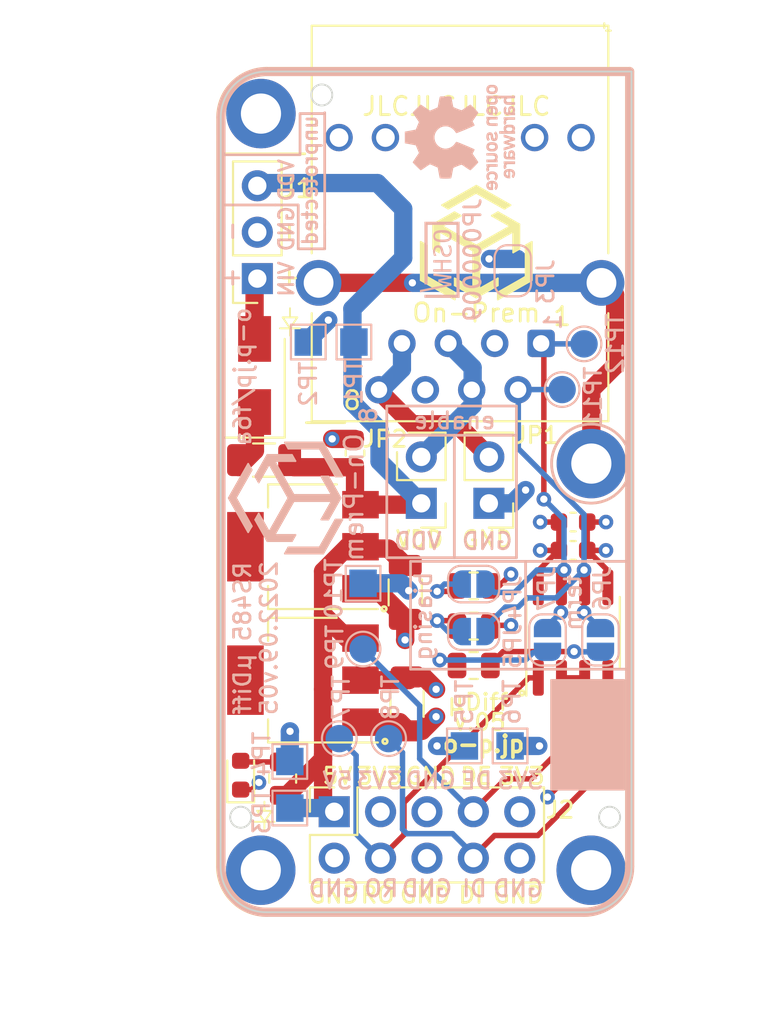
<source format=kicad_pcb>
(kicad_pcb (version 20211014) (generator pcbnew)
  (layers (0 "F.Cu" signal) (1 "In1.Cu" power) (2 "In2.Cu" power) (31 "B.Cu" signal) (34 "B.Paste" user) (35 "F.Paste" user) (36 "B.SilkS" user "B.Silkscreen") (37 "F.SilkS" user "F.Silkscreen") (38 "B.Mask" user) (39 "F.Mask" user) (44 "Edge.Cuts" user))
  (net 0 "")
  (net 1 "GND")
  (net 2 "+5V")
  (net 3 "+3V3")
  (net 4 "/VDD")
  (net 5 "Earth")
  (net 6 "Net-(D1-Pad1)")
  (net 7 "/VIN")
  (net 8 "Net-(D2-Pad2)")
  (net 9 "/DI")
  (net 10 "/DE_RE")
  (net 11 "/RO")
  (net 14 "Net-(J3-Pad4)")
  (net 15 "/A-")
  (net 16 "/A1-")
  (net 17 "/A1+")
  (net 18 "/A+")
  (net 19 "/A2+")
  (net 20 "/A2-")
  (net 21 "Net-(J3-Pad7)")
  (footprint "MountingHole:MountingHole_2.2mm_M2_ISO14580_Pad" (layer "F.Cu") (at 42.2 143.7)
    (fp_text reference "H4")
    (fp_text value "M2_MountingHole")
    (pad "1" thru_hole circle locked (at 0 0) (size 3.8 3.8) (drill 2.2) (layers *.Cu *.Mask))
  )
  (footprint "Package_TO_SOT_SMD:SOT-223" (layer "F.Cu") (at 44.51 133.3 180)
    (fp_text reference "U2")
    (fp_text value "3.3V/1A")
    (pad "1" smd rect locked (at -3.15 -2.3 180) (size 2 1.5) (layers "F.Cu" "F.Paste" "F.Mask") (net 1 "GND"))
    (pad "2" smd rect locked (at -3.15 0 180) (size 2 1.5) (layers "F.Cu" "F.Paste" "F.Mask") (net 3 "+3V3"))
    (pad "3" smd rect locked (at -3.15 2.3 180) (size 2 1.5) (layers "F.Cu" "F.Paste" "F.Mask") (net 2 "+5V"))
    (pad "4" smd rect locked (at 3.15 0 180) (size 2 3.8) (layers "F.Cu" "F.Paste" "F.Mask"))
  )
  (footprint "Connector_PinSocket_2.54mm:PinSocket_1x03_P2.54mm_Vertical" (layer "F.Cu") (at 42.01 111.33 180)
    (fp_text reference "J1" (at -2.19 4.93 180) (layer "F.SilkS"))
    (fp_text value "Power Input")
    (pad "1" thru_hole rect locked (at 0 0 180) (size 1.7 1.7) (drill 1) (layers *.Cu *.Mask) (net 7 "/VIN"))
    (pad "2" thru_hole oval locked (at 0 2.54 180) (size 1.7 1.7) (drill 1) (layers *.Cu *.Mask) (net 1 "GND"))
    (pad "3" thru_hole oval locked (at 0 5.08 180) (size 1.7 1.7) (drill 1) (layers *.Cu *.Mask) (net 4 "/VDD"))
  )
  (footprint "Package_TO_SOT_SMD:SOT-223" (layer "F.Cu") (at 44.51 126 180)
    (fp_text reference "U1")
    (fp_text value "5V/1A")
    (pad "1" smd rect locked (at -3.15 -2.3 180) (size 2 1.5) (layers "F.Cu" "F.Paste" "F.Mask") (net 1 "GND"))
    (pad "2" smd rect locked (at -3.15 0 180) (size 2 1.5) (layers "F.Cu" "F.Paste" "F.Mask") (net 2 "+5V"))
    (pad "3" smd rect locked (at -3.15 2.3 180) (size 2 1.5) (layers "F.Cu" "F.Paste" "F.Mask") (net 4 "/VDD"))
    (pad "4" smd rect locked (at 3.15 0 180) (size 2 3.8) (layers "F.Cu" "F.Paste" "F.Mask"))
  )
  (footprint "MountingHole:MountingHole_2.2mm_M2_ISO14580_Pad" (layer "F.Cu") (at 60.29 143.7)
    (fp_text reference "H3")
    (fp_text value "M2_MountingHole")
    (pad "1" thru_hole circle locked (at 0 0) (size 3.8 3.8) (drill 2.2) (layers *.Cu *.Mask))
  )
  (footprint "Fuse:Fuse_1206_3216Metric" (layer "F.Cu") (at 42.38 121.26)
    (fp_text reference "F1")
    (fp_text value "Fuse 24V/1A")
    (pad "1" smd roundrect locked (at -1.4 0) (size 1.25 1.75) (layers "F.Cu" "F.Paste" "F.Mask") (roundrect_rratio 0.2) (net 6 "Net-(D1-Pad1)"))
    (pad "2" smd roundrect locked (at 1.4 0) (size 1.25 1.75) (layers "F.Cu" "F.Paste" "F.Mask") (roundrect_rratio 0.2) (net 4 "/VDD"))
  )
  (footprint "Capacitor_SMD:C_1206_3216Metric" (layer "F.Cu") (at 50.21 134.6 90)
    (fp_text reference "C3")
    (fp_text value "22uF 10V")
    (pad "1" smd roundrect locked (at -1.475 0 90) (size 1.15 1.8) (layers "F.Cu" "F.Paste" "F.Mask") (roundrect_rratio 0.2173913043) (net 1 "GND"))
    (pad "2" smd roundrect locked (at 1.475 0 90) (size 1.15 1.8) (layers "F.Cu" "F.Paste" "F.Mask") (roundrect_rratio 0.2173913043) (net 3 "+3V3"))
  )
  (footprint "Diode_SMD:D_SMA" (layer "F.Cu") (at 41.86 116.63 90)
    (fp_text reference "D1")
    (fp_text value "Diode 40V/3A")
    (pad "1" smd rect locked (at -2 0 90) (size 2.5 1.8) (layers "F.Cu" "F.Paste" "F.Mask") (net 6 "Net-(D1-Pad1)"))
    (pad "2" smd rect locked (at 2 0 90) (size 2.5 1.8) (layers "F.Cu" "F.Paste" "F.Mask") (net 7 "/VIN"))
  )
  (footprint "Resistor_SMD:R_0805_2012Metric" (layer "F.Cu") (at 43.4 138.6875 90)
    (fp_text reference "R1")
    (fp_text value "220R")
    (pad "1" smd roundrect locked (at -0.9125 0 90) (size 1.025 1.4) (layers "F.Cu" "F.Paste" "F.Mask") (roundrect_rratio 0.243902439) (net 2 "+5V"))
    (pad "2" smd roundrect locked (at 0.9125 0 90) (size 1.025 1.4) (layers "F.Cu" "F.Paste" "F.Mask") (roundrect_rratio 0.243902439) (net 8 "Net-(D2-Pad2)"))
  )
  (footprint "Capacitor_SMD:C_0603_1608Metric" (layer "F.Cu") (at 59.3 124.65)
    (fp_text reference "C4")
    (fp_text value "0.1uF 50V")
    (pad "1" smd roundrect locked (at -0.775 0) (size 0.9 0.95) (layers "F.Cu" "F.Paste" "F.Mask") (net 3 "+3V3"))
    (pad "2" smd roundrect locked (at 0.775 0) (size 0.9 0.95) (layers "F.Cu" "F.Paste" "F.Mask") (net 1 "GND"))
  )
  (footprint "Connector_RJ:RJ45_Hanrun_HR911105A" (layer "F.Cu") (at 57.55 114.8725 180)
    (fp_text reference "J3")
    (fp_text value "8P8C")
    (pad "" np_thru_hole circle locked (at 10.155 6.36 180) (size 3.25 3.25) (drill 3.25) (layers *.Cu *.Mask))
    (pad "" np_thru_hole circle locked (at -1.275 6.36 180) (size 3.25 3.25) (drill 3.25) (layers *.Cu *.Mask))
    (pad "1" thru_hole roundrect locked (at 0 0 180) (size 1.5 1.5) (drill 0.9) (layers *.Cu *.Mask) (roundrect_rratio 0.167) (net 15 "/A-"))
    (pad "2" thru_hole circle locked (at 1.26 -2.54 180) (size 1.5 1.5) (drill 0.9) (layers *.Cu *.Mask) (net 18 "/A+"))
    (pad "3" thru_hole circle locked (at 2.54 0 180) (size 1.5 1.5) (drill 0.9) (layers *.Cu *.Mask))
    (pad "4" thru_hole circle locked (at 3.8 -2.54 180) (size 1.5 1.5) (drill 0.9) (layers *.Cu *.Mask) (net 14 "Net-(J3-Pad4)"))
    (pad "5" thru_hole circle locked (at 5.08 0 180) (size 1.5 1.5) (drill 0.9) (layers *.Cu *.Mask) (net 14 "Net-(J3-Pad4)"))
    (pad "6" thru_hole circle locked (at 6.34 -2.54 270) (size 1.5 1.5) (drill 0.9) (layers *.Cu *.Mask))
    (pad "7" thru_hole circle locked (at 7.62 0 180) (size 1.5 1.5) (drill 0.9) (layers *.Cu *.Mask) (net 21 "Net-(J3-Pad7)"))
    (pad "8" thru_hole circle locked (at 8.88 -2.54 180) (size 1.5 1.5) (drill 0.9) (layers *.Cu *.Mask) (net 21 "Net-(J3-Pad7)"))
    (pad "9" thru_hole circle locked (at -2.185 11.26 180) (size 1.5 1.5) (drill 1.02) (layers *.Cu *.Mask))
    (pad "10" thru_hole circle locked (at 0.355 11.26 180) (size 1.5 1.5) (drill 1.02) (layers *.Cu *.Mask))
    (pad "11" thru_hole circle locked (at 8.525 11.26 180) (size 1.5 1.5) (drill 1.02) (layers *.Cu *.Mask))
    (pad "12" thru_hole circle locked (at 11.065 11.26 180) (size 1.5 1.5) (drill 1.02) (layers *.Cu *.Mask))
    (pad "SH" thru_hole circle locked (at 12.185 3.31 180) (size 2.5 2.5) (drill 1.63) (layers *.Cu *.Mask) (net 5 "Earth"))
    (pad "SH" thru_hole circle locked (at -3.305 3.31 180) (size 2.5 2.5) (drill 1.63) (layers *.Cu *.Mask) (net 5 "Earth"))
  )
  (footprint "Connector_PinSocket_2.54mm:PinSocket_2x05_P2.54mm_Vertical" (layer "F.Cu") (at 46.22 140.5 90)
    (fp_text reference "J2" (at 0.1 12.37 180) (layer "F.SilkS") (effects (font (size 0.9 0.9))))
    (fp_text value "Header 2x5P")
    (pad "1" thru_hole rect locked (at 0 0 90) (size 1.7 1.7) (drill 1) (layers *.Cu *.Mask) (net 2 "+5V"))
    (pad "2" thru_hole oval locked (at -2.54 0 90) (size 1.7 1.7) (drill 1) (layers *.Cu *.Mask) (net 1 "GND"))
    (pad "3" thru_hole oval locked (at 0 2.54 90) (size 1.7 1.7) (drill 1) (layers *.Cu *.Mask) (net 3 "+3V3"))
    (pad "4" thru_hole oval locked (at -2.54 2.54 90) (size 1.7 1.7) (drill 1) (layers *.Cu *.Mask) (net 11 "/RO"))
    (pad "5" thru_hole oval locked (at 0 5.08 90) (size 1.7 1.7) (drill 1) (layers *.Cu *.Mask) (net 1 "GND"))
    (pad "6" thru_hole oval locked (at -2.54 5.08 90) (size 1.7 1.7) (drill 1) (layers *.Cu *.Mask) (net 1 "GND"))
    (pad "7" thru_hole oval locked (at 0 7.62 90) (size 1.7 1.7) (drill 1) (layers *.Cu *.Mask) (net 10 "/DE_RE"))
    (pad "8" thru_hole oval locked (at -2.54 7.62 90) (size 1.7 1.7) (drill 1) (layers *.Cu *.Mask) (net 9 "/DI"))
    (pad "9" thru_hole oval locked (at 0 10.16 90) (size 1.7 1.7) (drill 1) (layers *.Cu *.Mask) (net 3 "+3V3"))
    (pad "10" thru_hole oval locked (at -2.54 10.16 90) (size 1.7 1.7) (drill 1) (layers *.Cu *.Mask) (net 1 "GND"))
  )
  (footprint "Resistor_SMD:R_0805_2012Metric" (layer "F.Cu") (at 53.856482 130.343518)
    (fp_text reference "R3")
    (fp_text value "390R")
    (pad "1" smd roundrect locked (at -0.9125 0) (size 1.025 1.4) (layers "F.Cu" "F.Paste" "F.Mask") (roundrect_rratio 0.243902) (net 17 "/A1+"))
    (pad "2" smd roundrect locked (at 0.9125 0) (size 1.025 1.4) (layers "F.Cu" "F.Paste" "F.Mask") (roundrect_rratio 0.243902) (net 3 "+3V3"))
  )
  (footprint "Capacitor_SMD:C_1206_3216Metric" (layer "F.Cu") (at 50.11 128.5 -90)
    (fp_text reference "C2")
    (fp_text value "22uF 10V")
    (pad "1" smd roundrect locked (at -1.475 0 270) (size 1.15 1.8) (layers "F.Cu" "F.Paste" "F.Mask") (roundrect_rratio 0.2173913043) (net 2 "+5V"))
    (pad "2" smd roundrect locked (at 1.475 0 270) (size 1.15 1.8) (layers "F.Cu" "F.Paste" "F.Mask") (roundrect_rratio 0.2173913043) (net 1 "GND"))
  )
  (footprint "Capacitor_SMD:C_0603_1608Metric" (layer "F.Cu") (at 59.3 126.2)
    (fp_text reference "C5")
    (fp_text value "10uF 10V")
    (pad "1" smd roundrect locked (at -0.775 0) (size 0.9 0.95) (layers "F.Cu" "F.Paste" "F.Mask") (net 3 "+3V3"))
    (pad "2" smd roundrect locked (at 0.775 0) (size 0.9 0.95) (layers "F.Cu" "F.Paste" "F.Mask") (net 1 "GND"))
  )
  (footprint "Resistor_SMD:R_0805_2012Metric" (layer "F.Cu") (at 59.9 136.8 -90)
    (fp_text reference "R2")
    (fp_text value "10K")
    (pad "1" smd roundrect locked (at -0.9125 0 270) (size 1.025 1.4) (layers "F.Cu" "F.Paste" "F.Mask") (roundrect_rratio 0.243902) (net 10 "/DE_RE"))
    (pad "2" smd roundrect locked (at 0.9125 0 270) (size 1.025 1.4) (layers "F.Cu" "F.Paste" "F.Mask") (roundrect_rratio 0.243902) (net 1 "GND"))
  )
  (footprint "LED_SMD:LED_0603_1608Metric" (layer "F.Cu") (at 41.1 138.5 90)
    (fp_text reference "D2")
    (fp_text value "Blue LED")
    (pad "1" smd roundrect locked (at -0.7875 0 90) (size 0.875 0.95) (layers "F.Cu" "F.Paste" "F.Mask") (net 1 "GND"))
    (pad "2" smd roundrect locked (at 0.7875 0 90) (size 0.875 0.95) (layers "F.Cu" "F.Paste" "F.Mask") (net 8 "Net-(D2-Pad2)"))
  )
  (footprint "hw-microdiff:led_direction" (layer "F.Cu") (at 42.4 141.05 90)
    (fp_text reference "REF**")
    (fp_text value "led_direction")
  )
  (footprint "hw-microdiff:led_direction" (layer "F.Cu") (at 43.8 114.05 90)
    (fp_text reference "REF**")
    (fp_text value "led_direction")
  )
  (footprint "hw-microdiff:on-prem-logo" (layer "F.Cu") (at 53.965946 109.4)
    (fp_text reference "G***" hide)
    (fp_text value "LOGO" hide)
  )
  (footprint "Capacitor_SMD:C_0603_1608Metric" (layer "F.Cu") (at 47.36 120.875 90)
    (fp_text reference "C1")
    (fp_text value "0.1uF 50V")
    (pad "1" smd roundrect locked (at -0.775 0 90) (size 0.9 0.95) (layers "F.Cu" "F.Paste" "F.Mask") (net 4 "/VDD"))
    (pad "2" smd roundrect locked (at 0.775 0 90) (size 0.9 0.95) (layers "F.Cu" "F.Paste" "F.Mask") (net 1 "GND"))
  )
  (footprint "MountingHole:MountingHole_2.2mm_M2_ISO14580_Pad" (layer "F.Cu") (at 42.21 102.3)
    (fp_text reference "H1")
    (fp_text value "M2_MountingHole")
    (pad "1" thru_hole circle locked (at 0 0) (size 3.8 3.8) (drill 2.2) (layers *.Cu *.Mask))
  )
  (footprint "Package_SO:SOIC-8_3.9x4.9mm_P1.27mm" (layer "F.Cu") (at 59.3 130.7 90)
    (fp_text reference "U3")
    (fp_text value "RS-485")
    (pad "1" smd roundrect locked (at -2.475 -1.905 90) (size 1.95 0.6) (layers "F.Cu" "F.Paste" "F.Mask") (net 11 "/RO"))
    (pad "2" smd roundrect locked (at -2.475 -0.635 90) (size 1.95 0.6) (layers "F.Cu" "F.Paste" "F.Mask") (net 10 "/DE_RE"))
    (pad "3" smd roundrect locked (at -2.475 0.635 90) (size 1.95 0.6) (layers "F.Cu" "F.Paste" "F.Mask") (net 10 "/DE_RE"))
    (pad "4" smd roundrect locked (at -2.475 1.905 90) (size 1.95 0.6) (layers "F.Cu" "F.Paste" "F.Mask") (net 9 "/DI"))
    (pad "5" smd roundrect locked (at 2.475 1.905 90) (size 1.95 0.6) (layers "F.Cu" "F.Paste" "F.Mask") (net 1 "GND"))
    (pad "6" smd roundrect locked (at 2.475 0.635 90) (size 1.95 0.6) (layers "F.Cu" "F.Paste" "F.Mask") (net 18 "/A+"))
    (pad "7" smd roundrect locked (at 2.475 -0.635 90) (size 1.95 0.6) (layers "F.Cu" "F.Paste" "F.Mask") (net 15 "/A-"))
    (pad "8" smd roundrect locked (at 2.475 -1.905 90) (size 1.95 0.6) (layers "F.Cu" "F.Paste" "F.Mask") (net 3 "+3V3"))
  )
  (footprint "Resistor_SMD:R_0805_2012Metric" (layer "F.Cu") (at 53.856482 128.143518)
    (fp_text reference "R4")
    (fp_text value "390R")
    (pad "1" smd roundrect locked (at -0.9125 0) (size 1.025 1.4) (layers "F.Cu" "F.Paste" "F.Mask") (roundrect_rratio 0.243902) (net 16 "/A1-"))
    (pad "2" smd roundrect locked (at 0.9125 0) (size 1.025 1.4) (layers "F.Cu" "F.Paste" "F.Mask") (roundrect_rratio 0.243902) (net 1 "GND"))
  )
  (footprint "Resistor_SMD:R_0805_2012Metric" (layer "F.Cu") (at 53.856482 132.5 180)
    (fp_text reference "R5")
    (fp_text value "100R")
    (pad "1" smd roundrect locked (at -0.9125 0 180) (size 1.025 1.4) (layers "F.Cu" "F.Paste" "F.Mask") (roundrect_rratio 0.243902) (net 19 "/A2+"))
    (pad "2" smd roundrect locked (at 0.9125 0 180) (size 1.025 1.4) (layers "F.Cu" "F.Paste" "F.Mask") (roundrect_rratio 0.243902) (net 20 "/A2-"))
  )
  (footprint "Connector_PinHeader_2.54mm:PinHeader_1x02_P2.54mm_Vertical" (layer "F.Cu") (at 54.69 123.625 180)
    (fp_text reference "JP1" (at -2.61 3.725) (layer "F.SilkS") (effects (font (size 0.9 0.9))))
    (fp_text value "GND EN")
    (pad "1" thru_hole rect locked (at 0 0 180) (size 1.7 1.7) (drill 1) (layers *.Cu *.Mask) (net 1 "GND"))
    (pad "2" thru_hole oval locked (at 0 2.54 180) (size 1.7 1.7) (drill 1) (layers *.Cu *.Mask) (net 21 "Net-(J3-Pad7)"))
  )
  (footprint "Connector_PinHeader_2.54mm:PinHeader_1x02_P2.54mm_Vertical" (layer "F.Cu") (at 50.99 123.625 180)
    (fp_text reference "JP2" (at 1.99 3.525) (layer "F.SilkS") (effects (font (size 0.9 0.9))))
    (fp_text value "VIN EN")
    (pad "1" thru_hole rect locked (at 0 0 180) (size 1.7 1.7) (drill 1) (layers *.Cu *.Mask) (net 4 "/VDD"))
    (pad "2" thru_hole oval locked (at 0 2.54 180) (size 1.7 1.7) (drill 1) (layers *.Cu *.Mask) (net 14 "Net-(J3-Pad4)"))
  )
  (footprint "MountingHole:MountingHole_2.2mm_M2_ISO14580_Pad" (layer "F.Cu") (at 60.3 121.45)
    (fp_text reference "H2")
    (fp_text value "M2_MountingHole")
    (pad "1" thru_hole circle locked (at 0 0) (size 3.8 3.8) (drill 2.2) (layers *.Cu *.Mask) (net 5 "Earth"))
  )
  (footprint "Symbol:OSHW-Logo_5.7x6mm_SilkScreen" (layer "B.Cu") (at 53.1 103.6 -90)
    (fp_text reference "REF**" hide)
    (fp_text value "OSHW-Logo_5.7x6mm_SilkScreen" hide)
  )
  (footprint "hw-microdiff:on-prem-logo" (layer "B.Cu") (at 43.6 123.3 -90)
    (fp_text reference "G***" hide)
    (fp_text value "LOGO" hide)
  )
  (footprint "TestPoint:TestPoint_Pad_1.5x1.5mm" (layer "B.Cu") (at 47.3 114.8 180)
    (fp_text reference locked "TP1" (at 0 -2.2 90) (layer "B.SilkS") (effects (font (size 0.9 0.9)) (justify mirror)))
    (fp_text value "TP_VDD")
    (pad "1" smd rect locked (at 0 0 180) (size 1.5 1.5) (layers "B.Cu" "B.Mask") (net 4 "/VDD"))
  )
  (footprint "TestPoint:TestPoint_Pad_1.5x1.5mm" (layer "B.Cu") (at 44.8 114.8)
    (fp_text reference locked "TP2" (at 0 2.3 90) (layer "B.SilkS") (effects (font (size 0.9 0.9)) (justify mirror)))
    (fp_text value "TP_GND")
    (pad "1" smd rect locked (at 0 0) (size 1.5 1.5) (layers "B.Cu" "B.Mask") (net 1 "GND"))
  )
  (footprint "TestPoint:TestPoint_Pad_1.5x1.5mm" (layer "B.Cu") (at 43.79 140.3 180)
    (fp_text reference locked "TP3" (at 1.54 -0.2 90) (layer "B.SilkS") (effects (font (size 0.9 0.9)) (justify mirror)))
    (fp_text value "TP_5V")
    (pad "1" smd rect locked (at 0 0 180) (size 1.5 1.5) (layers "B.Cu" "B.Mask") (net 2 "+5V"))
  )
  (footprint "TestPoint:TestPoint_Pad_1.5x1.5mm" (layer "B.Cu") (at 53.35 136.9 -90)
    (fp_text reference locked "TP5" (at -2.4 0 90) (layer "B.SilkS") (effects (font (size 0.9 0.9)) (justify mirror)))
    (fp_text value "TP_3V3")
    (pad "1" smd rect locked (at 0 0 270) (size 1.5 1.5) (layers "B.Cu" "B.Mask") (net 3 "+3V3"))
  )
  (footprint "TestPoint:TestPoint_Pad_D1.5mm" (layer "B.Cu") (at 46.5 136.5)
    (fp_text reference locked "TP7" (at 0.1 -2.25 90) (layer "B.SilkS") (effects (font (size 0.9 0.9)) (justify mirror)))
    (fp_text value "TP_RO")
    (pad "1" smd circle locked (at 0 0) (size 1.5 1.5) (layers "B.Cu" "B.Mask") (net 11 "/RO"))
  )
  (footprint "TestPoint:TestPoint_Pad_D1.5mm" (layer "B.Cu") (at 49.2 136.5 180)
    (fp_text reference locked "TP8" (at -0.1 2.25 90) (layer "B.SilkS") (effects (font (size 0.9 0.9)) (justify mirror)))
    (fp_text value "TP_DI")
    (pad "1" smd circle locked (at 0 0 180) (size 1.5 1.5) (layers "B.Cu" "B.Mask") (net 9 "/DI"))
  )
  (footprint "TestPoint:TestPoint_Pad_D1.5mm" (layer "B.Cu") (at 47.8 131.6 -90)
    (fp_text reference locked "TP9" (at -0.1 1.55 90) (layer "B.SilkS") (effects (font (size 0.9 0.9)) (justify mirror)))
    (fp_text value "TP_DE_RE")
    (pad "1" smd circle locked (at 0 0 270) (size 1.5 1.5) (layers "B.Cu" "B.Mask") (net 10 "/DE_RE"))
  )
  (footprint "TestPoint:TestPoint_Pad_1.5x1.5mm" (layer "B.Cu") (at 47.8 128 -90)
    (fp_text reference locked "TP10" (at 0.3 1.6 90) (layer "B.SilkS") (effects (font (size 0.9 0.9)) (justify mirror)))
    (fp_text value "TP_GND")
    (pad "1" smd rect locked (at 0 0 270) (size 1.5 1.5) (layers "B.Cu" "B.Mask") (net 1 "GND"))
  )
  (footprint "TestPoint:TestPoint_Pad_D1.5mm" (layer "B.Cu") (at 58.7 117.4 180)
    (fp_text reference locked "TP11" (at -1.7 -0.4 90) (layer "B.SilkS") (effects (font (size 0.9 0.9)) (justify mirror)))
    (fp_text value "TP_A1")
    (pad "1" smd circle locked (at 0 0 180) (size 1.5 1.5) (layers "B.Cu" "B.Mask") (net 18 "/A+"))
  )
  (footprint "TestPoint:TestPoint_Pad_D1.5mm" (layer "B.Cu") (at 59.9 114.9 180)
    (fp_text reference locked "TP12" (at -1.7 0 270) (layer "B.SilkS") (effects (font (size 0.9 0.9)) (justify mirror)))
    (fp_text value "TP_B1")
    (pad "1" smd circle locked (at 0 0 180) (size 1.5 1.5) (layers "B.Cu" "B.Mask") (net 15 "/A-"))
  )
  (footprint "Jumper:SolderJumper-2_P1.3mm_Open_RoundedPad1.0x1.5mm" (layer "B.Cu") (at 60.8 131.1 -90)
    (fp_text reference "JP6" (at -2.8 -0.1 90) (layer "B.SilkS") (effects (font (size 0.9 0.9)) (justify mirror)))
    (fp_text value "Terminating")
    (pad "1" smd custom locked (at -0.65 0 270) (size 1 0.5) (layers "B.Cu" "B.Mask") (net 18 "/A+") (options (clearance outline) (anchor rect)) (primitives (gr_circle (center 0 -0.25) (end 0.5 -0.25) (width 0) (fill yes)) (gr_circle (center 0 0.25) (end 0.5 0.25) (width 0) (fill yes)) (gr_poly (pts (xy 0.5 -0.75) (xy 0 -0.75) (xy 0 0.75) (xy 0.5 0.75)) (width 0) (fill yes))))
    (pad "2" smd custom locked (at 0.65 0 270) (size 1 0.5) (layers "B.Cu" "B.Mask") (net 19 "/A2+") (options (clearance outline) (anchor rect)) (primitives (gr_circle (center 0 -0.25) (end 0.5 -0.25) (width 0) (fill yes)) (gr_circle (center 0 0.25) (end 0.5 0.25) (width 0) (fill yes)) (gr_poly (pts (xy 0 -0.75) (xy -0.5 -0.75) (xy -0.5 0.75) (xy 0 0.75)) (width 0) (fill yes))))
  )
  (footprint "Jumper:SolderJumper-2_P1.3mm_Open_RoundedPad1.0x1.5mm" (layer "B.Cu") (at 56 110.9 90)
    (fp_text reference "JP3" (at -0.6 1.8 90) (layer "B.SilkS") (effects (font (size 0.9 0.9)) (justify mirror)))
    (fp_text value "Grounding")
    (pad "1" smd custom locked (at -0.65 0 90) (size 1 0.5) (layers "B.Cu" "B.Mask") (net 5 "Earth") (options (clearance outline) (anchor rect)) (primitives (gr_circle (center 0 -0.25) (end 0.5 -0.25) (width 0) (fill yes)) (gr_circle (center 0 0.25) (end 0.5 0.25) (width 0) (fill yes)) (gr_poly (pts (xy 0.5 -0.75) (xy 0 -0.75) (xy 0 0.75) (xy 0.5 0.75)) (width 0) (fill yes))))
    (pad "2" smd custom locked (at 0.65 0 90) (size 1 0.5) (layers "B.Cu" "B.Mask") (net 1 "GND") (options (clearance outline) (anchor rect)) (primitives (gr_circle (center 0 -0.25) (end 0.5 -0.25) (width 0) (fill yes)) (gr_circle (center 0 0.25) (end 0.5 0.25) (width 0) (fill yes)) (gr_poly (pts (xy 0 -0.75) (xy -0.5 -0.75) (xy -0.5 0.75) (xy 0 0.75)) (width 0) (fill yes))))
  )
  (footprint "Jumper:SolderJumper-2_P1.3mm_Open_RoundedPad1.0x1.5mm" (layer "B.Cu") (at 53.856482 130.643518 180)
    (fp_text reference "JP5" (at -2.143518 -0.806482 90) (layer "B.SilkS") (effects (font (size 0.9 0.9)) (justify mirror)))
    (fp_text value "Biasing+")
    (pad "1" smd custom locked (at -0.65 0 180) (size 1 0.5) (layers "B.Cu" "B.Mask") (net 18 "/A+") (options (clearance outline) (anchor rect)) (primitives (gr_circle (center 0 -0.25) (end 0.5 -0.25) (width 0) (fill yes)) (gr_circle (center 0 0.25) (end 0.5 0.25) (width 0) (fill yes)) (gr_poly (pts (xy 0.5 -0.75) (xy 0 -0.75) (xy 0 0.75) (xy 0.5 0.75)) (width 0) (fill yes))))
    (pad "2" smd custom locked (at 0.65 0 180) (size 1 0.5) (layers "B.Cu" "B.Mask") (net 17 "/A1+") (options (clearance outline) (anchor rect)) (primitives (gr_circle (center 0 -0.25) (end 0.5 -0.25) (width 0) (fill yes)) (gr_circle (center 0 0.25) (end 0.5 0.25) (width 0) (fill yes)) (gr_poly (pts (xy 0 -0.75) (xy -0.5 -0.75) (xy -0.5 0.75) (xy 0 0.75)) (width 0) (fill yes))))
  )
  (footprint "Jumper:SolderJumper-2_P1.3mm_Open_RoundedPad1.0x1.5mm" (layer "B.Cu") (at 57.9 131.1 -90)
    (fp_text reference "JP7" (at -2.8 0.05 90) (layer "B.SilkS") (effects (font (size 0.9 0.9)) (justify mirror)))
    (fp_text value "Terminating")
    (pad "1" smd custom locked (at -0.65 0 270) (size 1 0.5) (layers "B.Cu" "B.Mask") (net 15 "/A-") (options (clearance outline) (anchor rect)) (primitives (gr_circle (center 0 -0.25) (end 0.5 -0.25) (width 0) (fill yes)) (gr_circle (center 0 0.25) (end 0.5 0.25) (width 0) (fill yes)) (gr_poly (pts (xy 0.5 -0.75) (xy 0 -0.75) (xy 0 0.75) (xy 0.5 0.75)) (width 0) (fill yes))))
    (pad "2" smd custom locked (at 0.65 0 270) (size 1 0.5) (layers "B.Cu" "B.Mask") (net 20 "/A2-") (options (clearance outline) (anchor rect)) (primitives (gr_circle (center 0 -0.25) (end 0.5 -0.25) (width 0) (fill yes)) (gr_circle (center 0 0.25) (end 0.5 0.25) (width 0) (fill yes)) (gr_poly (pts (xy 0 -0.75) (xy -0.5 -0.75) (xy -0.5 0.75) (xy 0 0.75)) (width 0) (fill yes))))
  )
  (footprint "Jumper:SolderJumper-2_P1.3mm_Open_RoundedPad1.0x1.5mm" (layer "B.Cu") (at 53.856482 128.043518 180)
    (fp_text reference "JP4" (at -2.143518 -0.756482 90) (layer "B.SilkS") (effects (font (size 0.9 0.9)) (justify mirror)))
    (fp_text value "Biasing-")
    (pad "1" smd custom locked (at -0.65 0 180) (size 1 0.5) (layers "B.Cu" "B.Mask") (net 15 "/A-") (options (clearance outline) (anchor rect)) (primitives (gr_circle (center 0 -0.25) (end 0.5 -0.25) (width 0) (fill yes)) (gr_circle (center 0 0.25) (end 0.5 0.25) (width 0) (fill yes)) (gr_poly (pts (xy 0.5 -0.75) (xy 0 -0.75) (xy 0 0.75) (xy 0.5 0.75)) (width 0) (fill yes))))
    (pad "2" smd custom locked (at 0.65 0 180) (size 1 0.5) (layers "B.Cu" "B.Mask") (net 16 "/A1-") (options (clearance outline) (anchor rect)) (primitives (gr_circle (center 0 -0.25) (end 0.5 -0.25) (width 0) (fill yes)) (gr_circle (center 0 0.25) (end 0.5 0.25) (width 0) (fill yes)) (gr_poly (pts (xy 0 -0.75) (xy -0.5 -0.75) (xy -0.5 0.75) (xy 0 0.75)) (width 0) (fill yes))))
  )
  (footprint "TestPoint:TestPoint_Pad_1.5x1.5mm" (layer "B.Cu") (at 55.85 136.9 -90)
    (fp_text reference "TP6" (at -2.4 -0.1 90) (layer "B.SilkS") (effects (font (size 0.9 0.9)) (justify mirror)))
    (fp_text value "TP_GND")
    (pad "1" smd rect locked (at 0 0 270) (size 1.5 1.5) (layers "B.Cu" "B.Mask") (net 1 "GND"))
  )
  (footprint "TestPoint:TestPoint_Pad_1.5x1.5mm" (layer "B.Cu") (at 43.79 137.75 -90)
    (fp_text reference "TP4" (at -0.4 1.54 90) (layer "B.SilkS") (effects (font (size 0.9 0.9)) (justify mirror)))
    (fp_text value "TP_GND")
    (pad "1" smd rect locked (at 0 0 270) (size 1.5 1.5) (layers "B.Cu" "B.Mask") (net 1 "GND"))
  )
  (footprint "hw-microdiff:OSHW_Mono_0.1_Scale" (layer "B.Cu") (at 52 110.3 -90)
    (fp_text reference "OSHW_Mono_0.1_Scale" hide)
    (fp_text value "JP000009" (at 0 -1.8 90) (layer "B.SilkS") (effects (font (size 0.9 0.9)) (justify mirror)))
  )
  (gr_line locked (start 62.4 100) (end 42.52 100) (layer "B.SilkS") (width 0.5))
  (gr_line locked (start 42.52 146) (end 59.9 146) (layer "B.SilkS") (width 0.5))
  (gr_arc locked (start 40.02 102.5) (mid 40.752233 100.732233) (end 42.52 100) (layer "B.SilkS") (width 0.5))
  (gr_line locked (start 62.4 143.5) (end 62.4 100) (layer "B.SilkS") (width 0.5))
  (gr_arc locked (start 62.4 143.5) (mid 61.667767 145.267767) (end 59.9 146) (layer "B.SilkS") (width 0.5))
  (gr_line locked (start 40.02 143.5) (end 40.02 102.5) (layer "B.SilkS") (width 0.5))
  (gr_arc locked (start 42.52 146) (mid 40.752233 145.267767) (end 40.02 143.5) (layer "B.SilkS") (width 0.5))
  (gr_line locked (start 43 107.3) (end 40.25 107.3) (layer "B.SilkS") (width 0.15))
  (gr_line locked (start 56.5 132.7) (end 62.3 132.7) (layer "B.SilkS") (width 0.15))
  (gr_line locked (start 44.25 109.7) (end 44.25 107.3) (layer "B.SilkS") (width 0.15))
  (gr_line locked (start 56.2 119.9) (end 56.2 126.6) (layer "B.SilkS") (width 0.15))
  (gr_line locked (start 52.8 126.6) (end 49.1 126.6) (layer "B.SilkS") (width 0.15))
  (gr_line locked (start 52.8 119.9) (end 56.2 119.9) (layer "B.SilkS") (width 0.15))
  (gr_line locked (start 56.2 118.3) (end 56.2 119.9) (layer "B.SilkS") (width 0.15))
  (gr_line locked (start 49.1 119.9) (end 49.1 118.3) (layer "B.SilkS") (width 0.15))
  (gr_line locked (start 40.2 104.55) (end 44.35 104.55) (layer "B.SilkS") (width 0.15))
  (gr_circle locked (center 60.28667 121.45) (end 62.450001 121.45) (layer "B.SilkS") (width 0.15) (fill none))
  (gr_line locked (start 45.7 109.7) (end 44.25 109.7) (layer "B.SilkS") (width 0.15))
  (gr_line locked (start 50.4 132.7) (end 50.4 126.8) (layer "B.SilkS") (width 0.15))
  (gr_line locked (start 44.35 102.3) (end 45.7 102.3) (layer "B.SilkS") (width 0.15))
  (gr_line locked (start 44.35 104.55) (end 44.35 102.3) (layer "B.SilkS") (width 0.15))
  (gr_line locked (start 45.7 102.25) (end 45.7 109.7) (layer "B.SilkS") (width 0.15))
  (gr_line locked (start 49.1 119.9) (end 52.8 119.9) (layer "B.SilkS") (width 0.15))
  (gr_line locked (start 56.5 132.7) (end 50.4 132.7) (layer "B.SilkS") (width 0.15))
  (gr_line locked (start 49.1 118.3) (end 56.2 118.3) (layer "B.SilkS") (width 0.15))
  (gr_line locked (start 52.8 126.6) (end 52.8 119.9) (layer "B.SilkS") (width 0.15))
  (gr_line locked (start 49.1 126.6) (end 49.1 119.9) (layer "B.SilkS") (width 0.15))
  (gr_line locked (start 44.25 107.3) (end 43 107.3) (layer "B.SilkS") (width 0.15))
  (gr_line locked (start 56.7 132.7) (end 56.7 126.8) (layer "B.SilkS") (width 0.15))
  (gr_line locked (start 62.3 126.8) (end 50.4 126.8) (layer "B.SilkS") (width 0.15))
  (gr_line locked (start 56.2 126.6) (end 52.8 126.6) (layer "B.SilkS") (width 0.15))
  (gr_poly locked (pts (xy 62.1 133.29) (xy 62.1 139.29) (xy 58.1 139.29) (xy 58.1 133.29)) (layer "B.SilkS") (width 0.1) (fill solid))
  (gr_line locked (start 62.4 143.5) (end 62.4 100) (layer "F.SilkS") (width 0.5))
  (gr_arc locked (start 40.01 102.5) (mid 40.742233 100.732233) (end 42.51 100) (layer "F.SilkS") (width 0.5))
  (gr_line locked (start 62.4 100) (end 42.51 100) (layer "F.SilkS") (width 0.5))
  (gr_line locked (start 46.8 119.21) (end 44.7 119.21) (layer "F.SilkS") (width 0.15))
  (gr_arc locked (start 42.5 146) (mid 40.732233 145.267767) (end 40 143.5) (layer "F.SilkS") (width 0.5))
  (gr_arc locked (start 62.4 143.5) (mid 61.667767 145.267767) (end 59.9 146) (layer "F.SilkS") (width 0.5))
  (gr_circle locked (center 56.5 134) (end 56.55 134) (layer "F.SilkS") (width 0.15) (fill none))
  (gr_circle locked (center 48.95 129.4) (end 49 129.4) (layer "F.SilkS") (width 0.15) (fill none))
  (gr_line locked (start 42.51 146) (end 59.9 146) (layer "F.SilkS") (width 0.5))
  (gr_circle locked (center 60.28667 121.45) (end 61.48667 119.65) (layer "F.SilkS") (width 0.15) (fill none))
  (gr_line locked (start 40 143.5) (end 40.01 102.5) (layer "F.SilkS") (width 0.5))
  (gr_circle locked (center 49 136.65) (end 49.05 136.65) (layer "F.SilkS") (width 0.15) (fill none))
  (gr_line locked (start 44.61 104.5) (end 40.21 104.5) (layer "F.SilkS") (width 0.15))
  (gr_line locked (start 60 146) (end 42.5 146) (layer "Edge.Cuts") (width 0.1))
  (gr_line locked (start 42.51 100) (end 62.5 100) (layer "Edge.Cuts") (width 0.1))
  (gr_circle locked (center 45.54 101.28) (end 46.116 101.28) (layer "Edge.Cuts") (width 0.1) (fill none))
  (gr_circle locked (center 61.3 140.8) (end 61.876 140.8) (layer "Edge.Cuts") (width 0.1) (fill none))
  (gr_circle locked (center 41.1 140.8) (end 41.676 140.8) (layer "Edge.Cuts") (width 0.1) (fill none))
  (gr_arc locked (start 42.5 146) (mid 40.732233 145.267767) (end 40 143.5) (layer "Edge.Cuts") (width 0.1))
  (gr_arc locked (start 62.5 143.5) (mid 61.767767 145.267767) (end 60 146) (layer "Edge.Cuts") (width 0.1))
  (gr_line locked (start 40 143.5) (end 40.01 102.5) (layer "Edge.Cuts") (width 0.1))
  (gr_line locked (start 62.5 100) (end 62.5 143.5) (layer "Edge.Cuts") (width 0.1))
  (gr_arc locked (start 40.01 102.5) (mid 40.742233 100.732233) (end 42.51 100) (layer "Edge.Cuts") (width 0.1))
  (gr_text "1" (at 58.2 113.7 90) (layer "B.SilkS") (effects (font (size 0.9 0.9)) (justify mirror)))
  (gr_text "GND" (at 43.606 108.6 90) (layer "B.SilkS") (effects (font (size 0.8 0.8)) (justify mirror)))
  (gr_text "VDD\nunprotected" (at 44.25 105.95 90) (layer "B.SilkS") (effects (font (size 0.8 0.8)) (justify mirror)))
  (gr_text "RS485 μDiff\n2022.09.v05" (at 41.9245 131 90) (layer "B.SilkS") (effects (font (size 0.9 0.9)) (justify mirror)))
  (gr_text "+" (at 40.6 111.29 90) (layer "B.SilkS") (effects (font (size 0.9 0.9))))
  (gr_text "-" (at 40.6 108.74 90) (layer "B.SilkS") (effects (font (size 0.9 0.9))))
  (gr_text "VDD" (at 50.8 125.7) (layer "B.SilkS") (effects (font (size 0.9 0.9)) (justify mirror)))
  (gr_text "enable" (at 52.8 119.1) (layer "B.SilkS") (effects (font (size 0.9 0.9)) (justify mirror)))
  (gr_text "3V3" (at 56.4 138.8) (layer "B.SilkS") (effects (font (size 0.9 0.9)) (justify mirror)))
  (gr_text "GND" (at 56.3 144.7) (layer "B.SilkS") (effects (font (size 0.9 0.9)) (justify mirror)))
  (gr_text "o-p.jp/f6a" (at 41.2 116.7 90) (layer "B.SilkS") (effects (font (size 0.9 0.9)) (justify mirror)))
  (gr_text "RO" (at 48.8 144.7) (layer "B.SilkS") (effects (font (size 0.9 0.9)) (justify mirror)))
  (gr_text "GND" (at 46.2 144.7) (layer "B.SilkS") (effects (font (size 0.9 0.9)) (justify mirror)))
  (gr_text "VIN" (at 43.606 111.35 90) (layer "B.SilkS") (effects (font (size 0.8 0.8)) (justify mirror)))
  (gr_text "term" (at 59.3 129.07 90) (layer "B.SilkS") (effects (font (size 0.9 0.9)) (justify mirror)))
  (gr_text "GND" (at 54.6 125.7) (layer "B.SilkS") (effects (font (size 0.9 0.9)) (justify mirror)))
  (gr_text "DI" (at 53.9 144.7) (layer "B.SilkS") (effects (font (size 0.9 0.9)) (justify mirror)))
  (gr_text "DE" (at 54 138.8) (layer "B.SilkS") (effects (font (size 0.9 0.9)) (justify mirror)))
  (gr_text "biasing" (at 51.1 129.8 90) (layer "B.SilkS") (effects (font (size 0.9 0.9)) (justify mirror)))
  (gr_text "8" (at 48.1 118.8 90) (layer "B.SilkS") (effects (font (size 0.9 0.9)) (justify mirror)))
  (gr_text "3V3" (at 48.7 138.8) (layer "B.SilkS") (effects (font (size 0.9 0.9)) (justify mirror)))
  (gr_text "5V" (at 46.4 138.8) (layer "B.SilkS") (effects (font (size 0.9 0.9)) (justify mirror)))
  (gr_text "GND" (at 51.3 144.7) (layer "B.SilkS") (effects (font (size 0.9 0.9)) (justify mirror)))
  (gr_text "GND" (at 51.5 138.8) (layer "B.SilkS") (effects (font (size 0.9 0.9)) (justify mirror)))
  (gr_text "On-Prem" (at 47.3 123.3 90) (layer "B.SilkS") (effects (font (size 1 1)) (justify mirror)))
  (gr_text "o-p.jp" (at 54.4 136.8) (layer "F.SilkS") (effects (font (size 0.9 0.9) (thickness 0.2))))
  (gr_text "DI" (at 53.7 145.05) (layer "F.SilkS") (effects (font (size 0.9 0.9))))
  (gr_text "RO" (at 48.6 145.05) (layer "F.SilkS") (effects (font (size 0.9 0.9))))
  (gr_text "GND" (at 46.2 145.05) (layer "F.SilkS") (effects (font (size 0.9 0.9))))
  (gr_text "3V3" (at 48.7 138.55) (layer "F.SilkS") (effects (font (size 0.9 0.9))))
  (gr_text "5V" (at 46.4 138.55) (layer "F.SilkS") (effects (font (size 0.9 0.9))))
  (gr_text "DE" (at 54 138.55) (layer "F.SilkS") (effects (font (size 0.9 0.9))))
  (gr_text "-" (at 43.7 108.75 90) (layer "F.SilkS") (effects (font (size 0.9 0.9))))
  (gr_text "3V3" (at 56.5 138.55) (layer "F.SilkS") (effects (font (size 0.9 0.9))))
  (gr_text "GND" (at 51.2 145.05) (layer "F.SilkS") (effects (font (size 0.9 0.9))))
  (gr_text "8" (at 47.2 118) (layer "F.SilkS") (effects (font (size 1 1))))
  (gr_text "On-Prem" (at 54 113.2) (layer "F.SilkS") (effects (font (size 1 1))))
  (gr_text "GND" (at 51.5 138.55) (layer "F.SilkS") (effects (font (size 0.9 0.9))))
  (gr_text "1" (at 58.7 113.4) (layer "F.SilkS") (effects (font (size 1 1))))
  (gr_text "v.05" (at 54.2 135.6) (layer "F.SilkS") (effects (font (size 0.9 0.9))))
  (gr_text "GND" (at 56.3 145.05) (layer "F.SilkS") (effects (font (size 0.9 0.9))))
  (gr_text "VDD" (at 50.9 125.6) (layer "F.SilkS") (effects (font (size 0.9 0.9))))
  (gr_text "GND" (at 54.6 125.6) (layer "F.SilkS") (effects (font (size 0.9 0.9))))
  (gr_text "μDiff" (at 54.1 134.5) (layer "F.SilkS") (effects (font (size 0.9 0.9))))
  (gr_text "+" (at 43.7 111.3 90) (layer "F.SilkS") (effects (font (size 0.9 0.9))))
  (gr_text "JLCJLCJLCJLC" (at 52.91 101.9) (layer "F.SilkS") (effects (font (size 1 1))))
  (segment locked (start 47.36 120.1) (end 46.11 120.1) (width 1) (layer "F.Cu") (net 1))
  (segment locked (start 60.075 126.2) (end 60.075 124.675) (width 0.3) (layer "F.Cu") (net 1))
  (segment locked (start 61.05 124.625) (end 61.1 124.675) (width 0.3) (layer "F.Cu") (net 1))
  (segment locked (start 50.21 136.075) (end 51.025 136.075) (width 1) (layer "F.Cu") (net 1))
  (segment locked (start 47.66 128.3) (end 48.51 128.3) (width 1) (layer "F.Cu") (net 1))
  (segment locked (start 50.11 131.09) (end 50.1 131.1) (width 1) (layer "F.Cu") (net 1))
  (segment locked (start 50.11 129.975) (end 50.11 131.09) (width 1) (layer "F.Cu") (net 1))
  (segment locked (start 61.205 128.225) (end 61.205 127.305) (width 0.3) (layer "F.Cu") (net 1))
  (segment locked (start 60.075 126.2) (end 61.1 126.2) (width 0.3) (layer "F.Cu") (net 1))
  (segment locked (start 54.768982 128.143518) (end 55.256482 128.143518) (width 0.3) (layer "F.Cu") (net 1))
  (segment locked (start 41.7125 139.2875) (end 42.1 138.9) (width 0.3) (layer "F.Cu") (net 1))
  (segment locked (start 41.1 139.2875) (end 41.7125 139.2875) (width 0.3) (layer "F.Cu") (net 1))
  (segment locked (start 60.75 124.65) (end 61.05 124.65) (width 0.3) (layer "F.Cu") (net 1))
  (segment locked (start 55.256482 128.143518) (end 55.9 127.5) (width 0.3) (layer "F.Cu") (net 1))
  (segment locked (start 61.205 127.305) (end 60.1 126.2) (width 0.3) (layer "F.Cu") (net 1))
  (segment locked (start 59.8875 137.7125) (end 57.9 139.7) (width 0.3) (layer "F.Cu") (net 1))
  (segment locked (start 59.9 137.7125) (end 59.8875 137.7125) (width 0.3) (layer "F.Cu") (net 1))
  (segment locked (start 48.51 128.3) (end 50.11 129.9) (width 1) (layer "F.Cu") (net 1))
  (segment locked (start 60.075 124.65) (end 60.75 124.65) (width 0.3) (layer "F.Cu") (net 1))
  (segment locked (start 49.81 135.6) (end 50.21 136) (width 1) (layer "F.Cu") (net 1))
  (segment locked (start 47.66 135.6) (end 49.81 135.6) (width 1) (layer "F.Cu") (net 1))
  (segment locked (start 51.025 136.075) (end 51.8 135.3) (width 1) (layer "F.Cu") (net 1))
  (via locked (at 56.7 122.9) (size 0.8) (drill 0.4) (layers "F.Cu" "B.Cu") (net 1))
  (via locked (at 50.3 128.4) (size 0.8) (drill 0.4) (layers "F.Cu" "B.Cu") (net 1))
  (via locked (at 43.8 136.1) (size 0.8) (drill 0.4) (layers "F.Cu" "B.Cu") (net 1))
  (via locked (at 55.9 127.5) (size 0.8) (drill 0.4) (layers "F.Cu" "B.Cu") (net 1))
  (via locked (at 42.1 138.9) (size 0.8) (drill 0.4) (layers "F.Cu" "B.Cu") (net 1))
  (via locked (at 50.1 131.1) (size 0.8) (drill 0.4) (layers "F.Cu" "B.Cu") (net 1))
  (via locked (at 45.9 113.6) (size 0.8) (drill 0.4) (layers "F.Cu" "B.Cu") (net 1))
  (via locked (at 46.11 120.1) (size 0.8) (drill 0.4) (layers "F.Cu" "B.Cu") (net 1))
  (via locked (at 57.461449 136.9) (size 0.8) (drill 0.4) (layers "F.Cu" "B.Cu") (net 1))
  (via locked (at 61.1 126.2) (size 0.8) (drill 0.4) (layers "F.Cu" "B.Cu") (net 1))
  (via locked (at 54.7 110.25) (size 0.8) (drill 0.4) (layers "F.Cu" "B.Cu") (net 1))
  (via locked (at 57.9 139.7) (size 0.8) (drill 0.4) (layers "F.Cu" "B.Cu") (net 1))
  (via locked (at 61.1 124.65) (size 0.8) (drill 0.4) (layers "F.Cu" "B.Cu") (net 1))
  (via locked (at 51.8 135.3) (size 0.8) (drill 0.4) (layers "F.Cu" "B.Cu") (net 1))
  (segment locked (start 47.8 128) (end 49.9 128) (width 1) (layer "B.Cu") (net 1))
  (segment locked (start 43.79 137.75) (end 43.79 136.11) (width 1) (layer "B.Cu") (net 1))
  (segment locked (start 43.79 136.11) (end 43.8 136.1) (width 1) (layer "B.Cu") (net 1))
  (segment locked (start 44.8 114.7) (end 45.9 113.6) (width 1) (layer "B.Cu") (net 1))
  (segment locked (start 55.9 136.9) (end 57.4 136.9) (width 1) (layer "B.Cu") (net 1))
  (segment locked (start 55.975 123.625) (end 56.7 122.9) (width 1) (layer "B.Cu") (net 1))
  (segment locked (start 56 110.25) (end 54.75 110.25) (width 1) (layer "B.Cu") (net 1))
  (segment locked (start 49.9 128) (end 50.3 128.4) (width 1) (layer "B.Cu") (net 1))
  (segment locked (start 44.6 114.8) (end 44.6 114.7) (width 1) (layer "B.Cu") (net 1))
  (segment locked (start 54.69 123.625) (end 55.975 123.625) (width 1) (layer "B.Cu") (net 1))
  (segment locked (start 46.949998 126) (end 45.61 127.339998) (width 1) (layer "F.Cu") (net 2))
  (segment locked (start 45.61 137.621003) (end 45.61 137.39) (width 1) (layer "F.Cu") (net 2))
  (segment locked (start 50.11 127.025) (end 49.185 126.1) (width 1) (layer "F.Cu") (net 2))
  (segment locked (start 45.61 133.8) (end 45.61 129.7) (width 1) (layer "F.Cu") (net 2))
  (segment locked (start 46.91 131) (end 45.61 129.7) (width 1) (layer "F.Cu") (net 2))
  (segment locked (start 45.61 139.89) (end 45.61 137.39) (width 1) (layer "F.Cu") (net 2))
  (segment locked (start 46.22 140.5) (end 45.61 139.89) (width 1) (layer "F.Cu") (net 2))
  (segment locked (start 47.66 131) (end 46.91 131) (width 1) (layer "F.Cu") (net 2))
  (segment locked (start 43.631003 139.6) (end 45.61 137.621003) (width 1) (layer "F.Cu") (net 2))
  (segment locked (start 47.66 126) (end 46.949998 126) (width 1) (layer "F.Cu") (net 2))
  (segment locked (start 45.61 137.39) (end 45.61 133.8) (width 1) (layer "F.Cu") (net 2))
  (segment locked (start 49.185 126.1) (end 47.61 126.1) (width 1) (layer "F.Cu") (net 2))
  (segment locked (start 43.4 139.6) (end 43.631003 139.6) (width 1) (layer "F.Cu") (net 2))
  (segment locked (start 45.61 129.7) (end 45.61 127.339998) (width 1) (layer "F.Cu") (net 2))
  (segment locked (start 43.79 140.3) (end 46.2 140.3) (width 1) (layer "B.Cu") (net 2))
  (segment locked (start 58.525 126.2) (end 57.5 126.2) (width 0.3) (layer "F.Cu") (net 3))
  (segment locked (start 57.55 124.625) (end 57.5 124.675) (width 0.3) (layer "F.Cu") (net 3))
  (segment locked (start 57.395 128.225) (end 57.395 127.405) (width 0.3) (layer "F.Cu") (net 3))
  (segment locked (start 57.395 127.305) (end 58.5 126.2) (width 0.3) (layer "F.Cu") (net 3))
  (segment locked (start 50.21 133.125) (end 51.125 133.125) (width 1) (layer "F.Cu") (net 3))
  (segment locked (start 51.125 133.125) (end 51.8 133.8) (width 1) (layer "F.Cu") (net 3))
  (segment locked (start 54.768982 130.3) (end 55.856482 130.3) (width 0.3) (layer "F.Cu") (net 3))
  (segment locked (start 47.66 133.3) (end 50.31 133.3) (width 1) (layer "F.Cu") (net 3))
  (segment locked (start 58.525 124.65) (end 57.55 124.65) (width 0.3) (layer "F.Cu") (net 3))
  (segment locked (start 58.525 126.2) (end 58.525 124.625) (width 0.3) (layer "F.Cu") (net 3))
  (segment locked (start 57.395 127.405) (end 57.395 127.305) (width 0.3) (layer "F.Cu") (net 3))
  (via locked (at 55.9 130.3) (size 0.8) (drill 0.4) (layers "F.Cu" "B.Cu") (net 3))
  (via locked (at 57.5 126.2) (size 0.8) (drill 0.4) (layers "F.Cu" "B.Cu") (net 3))
  (via locked (at 57.5 124.65) (size 0.8) (drill 0.4) (layers "F.Cu" "B.Cu") (net 3))
  (via locked (at 51.85 136.9) (size 0.8) (drill 0.4) (layers "F.Cu" "B.Cu") (net 3))
  (via locked (at 51.8 133.8) (size 0.8) (drill 0.4) (layers "F.Cu" "B.Cu") (net 3))
  (segment locked (start 53.35 136.9) (end 51.85 136.9) (width 1) (layer "B.Cu") (net 3))
  (segment locked (start 47.36 121.65) (end 47.36 123.675) (width 1) (layer "F.Cu") (net 4))
  (segment locked (start 47.66 123.7) (end 51.1 123.7) (width 1) (layer "F.Cu") (net 4))
  (segment locked (start 47.36 121.65) (end 44.04 121.65) (width 1) (layer "F.Cu") (net 4))
  (segment locked (start 44.04 121.65) (end 43.67 121.28) (width 1) (layer "F.Cu") (net 4))
  (segment locked (start 48.58811 106.1) (end 41.9 106.1) (width 1) (layer "B.Cu") (net 4))
  (segment locked (start 50 107.51189) (end 48.58811 106.1) (width 1) (layer "B.Cu") (net 4))
  (segment locked (start 48.7 119.6) (end 47.22 118.12) (width 1) (layer "B.Cu") (net 4))
  (segment locked (start 48.7 121.335) (end 48.7 119.6) (width 1) (layer "B.Cu") (net 4))
  (segment locked (start 47.21 112.99) (end 50 110.2) (width 1) (layer "B.Cu") (net 4))
  (segment locked (start 50.99 123.625) (end 48.7 121.335) (width 1) (layer "B.Cu") (net 4))
  (segment locked (start 50 110.2) (end 50 107.51189) (width 1) (layer "B.Cu") (net 4))
  (segment locked (start 47.22 118.12) (end 47.22 113) (width 1) (layer "B.Cu") (net 4))
  (segment locked (start 47.22 113) (end 47.21 112.99) (width 1) (layer "B.Cu") (net 4))
  (segment locked (start 61.6 116.1) (end 61.6 112.2) (width 1) (layer "F.Cu") (net 5))
  (segment locked (start 60.3 117.4) (end 61.6 116.1) (width 1) (layer "F.Cu") (net 5))
  (segment locked (start 61.6 112.2) (end 60.9 111.5) (width 1) (layer "F.Cu") (net 5))
  (segment locked (start 50.5 111.56) (end 45.3 111.56) (width 1) (layer "F.Cu") (net 5))
  (segment locked (start 60.3 121.45) (end 60.3 117.4) (width 1) (layer "F.Cu") (net 5))
  (via locked (at 50.5 111.56) (size 0.8) (drill 0.4) (layers "F.Cu" "B.Cu") (net 5))
  (segment locked (start 60.855 111.5625) (end 50.5375 111.5625) (width 1) (layer "B.Cu") (net 5))
  (segment locked (start 41.88 118.59) (end 41.88 120.74) (width 1) (layer "F.Cu") (net 6))
  (segment locked (start 41.88 120.74) (end 40.98 121.64) (width 1) (layer "F.Cu") (net 6))
  (segment locked (start 41.86 114.63) (end 41.86 111.17) (width 1) (layer "F.Cu") (net 7))
  (segment locked (start 43.4 137.775) (end 41.175 137.775) (width 0.3) (layer "F.Cu") (net 8))
  (segment locked (start 57.373528 141.8) (end 55 141.8) (width 0.3) (layer "F.Cu") (net 9))
  (segment locked (start 55 141.8) (end 53.8 143) (width 0.3) (layer "F.Cu") (net 9))
  (segment locked (start 61.205 137.968528) (end 57.373528 141.8) (width 0.3) (layer "F.Cu") (net 9))
  (segment locked (start 61.205 133.175) (end 61.205 137.968528) (width 0.3) (layer "F.Cu") (net 9))
  (segment locked (start 50.2 141.7) (end 52.7 141.7) (width 0.3) (layer "B.Cu") (net 9))
  (segment locked (start 52.7 141.7) (end 54 143) (width 0.3) (layer "B.Cu") (net 9))
  (segment locked (start 49.2 136.5) (end 49.96 137.26) (width 0.3) (layer "B.Cu") (net 9))
  (segment locked (start 49.96 137.26) (end 49.96 141.46) (width 0.3) (layer "B.Cu") (net 9))
  (segment locked (start 49.96 141.46) (end 50.2 141.7) (width 0.3) (layer "B.Cu") (net 9))
  (segment locked (start 58.665 137.035) (end 57 138.7) (width 0.3) (layer "F.Cu") (net 10))
  (segment locked (start 58.665 133.175) (end 58.665 137.035) (width 0.3) (layer "F.Cu") (net 10))
  (segment locked (start 55.6 138.7) (end 53.8 140.5) (width 0.3) (layer "F.Cu") (net 10))
  (segment locked (start 59.9 135.8875) (end 59.9 133.3) (width 0.25) (layer "F.Cu") (net 10))
  (segment locked (start 57 138.7) (end 55.6 138.7) (width 0.3) (layer "F.Cu") (net 10))
  (segment locked (start 58.665 133.175) (end 59.975 133.175) (width 0.3) (layer "F.Cu") (net 10))
  (segment locked (start 47.8 131.6) (end 50.9 134.7) (width 0.3) (layer "B.Cu") (net 10))
  (segment locked (start 50.9 134.7) (end 50.9 137.6) (width 0.3) (layer "B.Cu") (net 10))
  (segment locked (start 50.9 137.6) (end 53.8 140.5) (width 0.3) (layer "B.Cu") (net 10))
  (segment locked (start 57.395 133.175) (end 56.927943 133.175) (width 0.3) (layer "F.Cu") (net 11))
  (segment locked (start 56.867943 133.172057) (end 50.04 140) (width 0.3) (layer "F.Cu") (net 11))
  (segment locked (start 48.76 143.04) (end 50.04 141.76) (width 0.3) (layer "F.Cu") (net 11))
  (segment locked (start 50.04 141.76) (end 50.04 140.001471) (width 0.3) (layer "F.Cu") (net 11))
  (segment locked (start 47.42 141.72) (end 48.8 143.1) (width 0.3) (layer "B.Cu") (net 11))
  (segment locked (start 46.5 136.5) (end 47.42 137.42) (width 0.3) (layer "B.Cu") (net 11))
  (segment locked (start 47.42 137.42) (end 47.42 141.72) (width 0.3) (layer "B.Cu") (net 11))
  (segment locked (start 53.8 117.44) (end 53.8 116.2) (width 1) (layer "B.Cu") (net 14))
  (segment locked (start 53.8 116.2) (end 52.5 114.9) (width 1) (layer "B.Cu") (net 14))
  (segment locked (start 53.8 118.26) (end 53.8 117.44) (width 1) (layer "B.Cu") (net 14))
  (segment locked (start 51 121.06) (end 53.8 118.26) (width 1) (layer "B.Cu") (net 14))
  (segment locked (start 58.665 127.41252) (end 58.804845 127.272675) (width 0.3) (layer "F.Cu") (net 15))
  (segment locked (start 58.665 128.225) (end 58.665 127.41252) (width 0.3) (layer "F.Cu") (net 15))
  (segment locked (start 57.7 123.4) (end 57.7 115) (width 0.3) (layer "F.Cu") (net 15))
  (segment locked (start 58.631872 129.6) (end 58.631872 128.368128) (width 0.3) (layer "F.Cu") (net 15))
  (segment locked (start 57.7 115) (end 57.5 114.8) (width 0.3) (layer "F.Cu") (net 15))
  (via locked (at 58.631872 129.6) (size 0.8) (drill 0.4) (layers "F.Cu" "B.Cu") (net 15))
  (via locked (at 58.804845 127.272675) (size 0.8) (drill 0.4) (layers "F.Cu" "B.Cu") (net 15))
  (via locked (at 57.7 123.4) (size 0.8) (drill 0.4) (layers "F.Cu" "B.Cu") (net 15))
  (segment locked (start 56.1 128.5) (end 55 128.5) (width 0.3) (layer "B.Cu") (net 15))
  (segment locked (start 58.804845 127.272675) (end 57.327325 127.272675) (width 0.3) (layer "B.Cu") (net 15))
  (segment locked (start 59.9 114.9) (end 57.5 114.9) (width 0.3) (layer "B.Cu") (net 15))
  (segment locked (start 57.327325 127.272675) (end 56.1 128.5) (width 0.3) (layer "B.Cu") (net 15))
  (segment locked (start 58.804845 127.272675) (end 58.804845 124.504845) (width 0.3) (layer "B.Cu") (net 15))
  (segment locked (start 58.804845 124.504845) (end 57.7 123.4) (width 0.3) (layer "B.Cu") (net 15))
  (segment locked (start 57.9 130.331872) (end 58.631872 129.6) (width 0.3) (layer "B.Cu") (net 15))
  (segment locked (start 57.9 130.518128) (end 57.9 130.331872) (width 0.3) (layer "B.Cu") (net 15))
  (segment locked (start 55 128.5) (end 54.5 128) (width 0.3) (layer "B.Cu") (net 15))
  (segment locked (start 52.556482 128.443518) (end 52.856482 128.143518) (width 0.3) (layer "F.Cu") (net 16))
  (segment locked (start 51.856482 128.443518) (end 52.556482 128.443518) (width 0.3) (layer "F.Cu") (net 16))
  (via locked (at 51.856482 128.443518) (size 0.8) (drill 0.4) (layers "F.Cu" "B.Cu") (net 16))
  (segment locked (start 52.256482 128.043518) (end 51.856482 128.443518) (width 0.3) (layer "B.Cu") (net 16))
  (segment locked (start 53.231482 128.043518) (end 52.256482 128.043518) (width 0.3) (layer "B.Cu") (net 16))
  (segment locked (start 51.856482 130.043518) (end 52.956482 130.043518) (width 0.3) (layer "F.Cu") (net 17))
  (via locked (at 51.856482 130.043518) (size 0.8) (drill 0.4) (layers "F.Cu" "B.Cu") (net 17))
  (segment locked (start 52.456482 130.643518) (end 51.856482 130.043518) (width 0.3) (layer "B.Cu") (net 17))
  (segment locked (start 53.231482 130.643518) (end 52.456482 130.643518) (width 0.3) (layer "B.Cu") (net 17))
  (segment locked (start 59.935 127.3095) (end 59.9 127.2745) (width 0.3) (layer "F.Cu") (net 18))
  (segment locked (start 59.9 129.6) (end 59.9 128.3) (width 0.3) (layer "F.Cu") (net 18))
  (segment locked (start 59.935 128.225) (end 59.935 127.3095) (width 0.3) (layer "F.Cu") (net 18))
  (via locked (at 59.9 129.6) (size 0.8) (drill 0.4) (layers "F.Cu" "B.Cu") (net 18))
  (via locked (at 59.9 127.2745) (size 0.8) (drill 0.4) (layers "F.Cu" "B.Cu") (net 18))
  (segment locked (start 56.3 129.3) (end 56.8 128.8) (width 0.3) (layer "B.Cu") (net 18))
  (segment locked (start 54.506482 130.643518) (end 54.506482 130.393518) (width 0.3) (layer "B.Cu") (net 18))
  (segment locked (start 55.6 129.3) (end 56.3 129.3) (width 0.3) (layer "B.Cu") (net 18))
  (segment locked (start 60.8 130.45) (end 60.75 130.45) (width 0.3) (layer "B.Cu") (net 18))
  (segment locked (start 59.9 127.2745) (end 59.9 124.231981) (width 0.3) (layer "B.Cu") (net 18))
  (segment locked (start 59.9 124.231981) (end 56.3 120.631981) (width 0.3) (layer "B.Cu") (net 18))
  (segment locked (start 54.506482 130.393518) (end 55.6 129.3) (width 0.3) (layer "B.Cu") (net 18))
  (segment locked (start 60.75 130.45) (end 59.9 129.6) (width 0.3) (layer "B.Cu") (net 18))
  (segment locked (start 58.7 117.4) (end 56.3 117.4) (width 0.3) (layer "B.Cu") (net 18))
  (segment locked (start 58.3745 128.8) (end 56.8 128.8) (width 0.3) (layer "B.Cu") (net 18))
  (segment locked (start 59.9 127.2745) (end 58.3745 128.8) (width 0.3) (layer "B.Cu") (net 18))
  (segment locked (start 56.3 120.631981) (end 56.3 117.4) (width 0.3) (layer "B.Cu") (net 18))
  (segment locked (start 55.464015 131.735985) (end 54.7 132.5) (width 0.3) (layer "F.Cu") (net 19))
  (segment locked (start 59.35519 131.735985) (end 55.464015 131.735985) (width 0.3) (layer "F.Cu") (net 19))
  (via locked (at 59.35519 131.735985) (size 0.8) (drill 0.4) (layers "F.Cu" "B.Cu") (net 19))
  (segment locked (start 60.8 131.75) (end 59.369205 131.75) (width 0.3) (layer "B.Cu") (net 19))
  (segment locked (start 59.369205 131.75) (end 59.35519 131.735985) (width 0.3) (layer "B.Cu") (net 19))
  (segment locked (start 52.7 132.2) (end 53 132.5) (width 0.3) (layer "F.Cu") (net 20))
  (segment locked (start 52 132.2) (end 52.7 132.2) (width 0.3) (layer "F.Cu") (net 20))
  (via locked (at 52 132.2) (size 0.8) (drill 0.4) (layers "F.Cu" "B.Cu") (net 20))
  (segment locked (start 52 132.2) (end 56.7 132.2) (width 0.3) (layer "B.Cu") (net 20))
  (segment locked (start 57.1 131.8) (end 57.9 131.8) (width 0.3) (layer "B.Cu") (net 20))
  (segment locked (start 56.7 132.2) (end 57.1 131.8) (width 0.3) (layer "B.Cu") (net 20))
  (segment locked (start 52.94 119.3) (end 50.5 119.3) (width 1) (layer "F.Cu") (net 21))
  (segment locked (start 54.7 121.06) (end 52.94 119.3) (width 1) (layer "F.Cu") (net 21))
  (segment locked (start 50.5 119.3) (end 48.6 117.4) (width 1) (layer "F.Cu") (net 21))
  (segment locked (start 49.93 114.8725) (end 49.93 116.27) (width 1) (layer "B.Cu") (net 21))
  (segment locked (start 49.93 116.27) (end 48.7 117.5) (width 1) (layer "B.Cu") (net 21))
)
</source>
